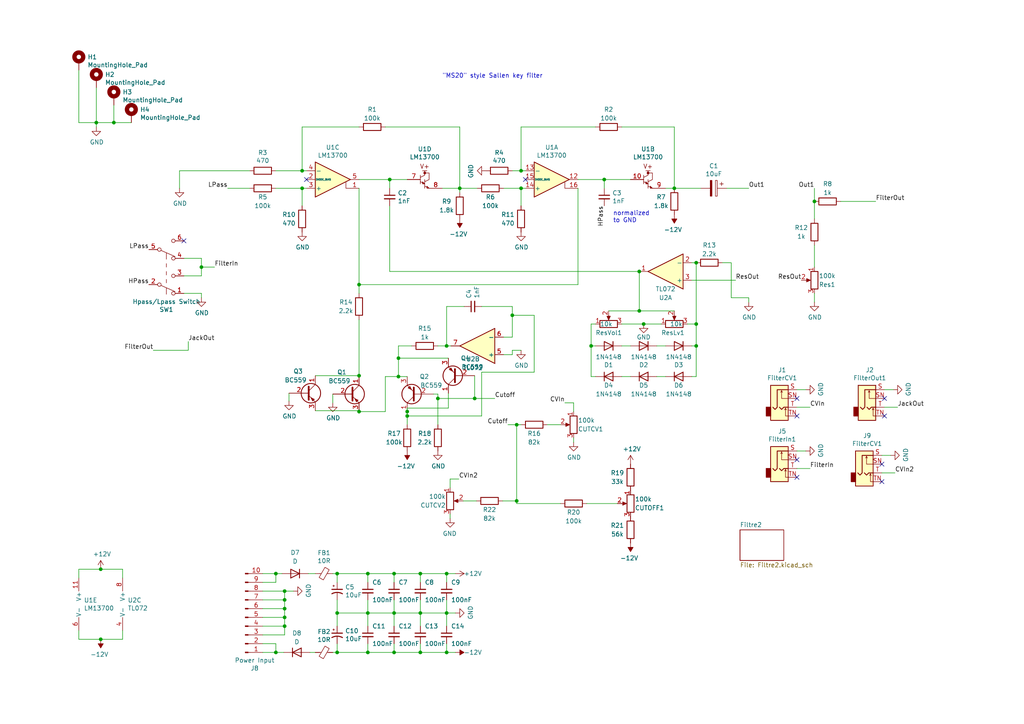
<source format=kicad_sch>
(kicad_sch (version 20231120) (generator "eeschema") (generator_version "8.0")
  (paper "A4")
  (lib_symbols
    (symbol "Amplifier_Operational:LM13700" (pin_names (offset 0.127))
      (property "Reference" "U" (at 3.81 5.08 0))
      (property "Value" "LM13700" (at 5.08 -5.08 0))
      (symbol "LM13700_1_1"
        (pin output line (at 7.62 0 180) (length 2.54) (name "~") (number "12"))
        (pin input line (at -7.62 2.54 0) (length 2.54) (name "-") (number "13"))
        (pin input line (at -7.62 -2.54 0) (length 2.54) (name "+") (number "14"))
        (pin input line (at -7.62 0 0) (length 2.54) (name "DIODE_BIAS") (number "15"))
        (pin input line (at 7.62 -2.54 180) (length 2.54) (name "~") (number "16"))
      )
      (symbol "LM13700_2_1"
        (text "V+" (at -2.54 3.81 0) (effects (font (size 1.27 1.27))))
        (pin input line (at -7.62 0 0) (length 3.81) (name "~") (number "10"))
        (pin output line (at 2.54 -2.54 180) (length 3.81) (name "~") (number "9"))
      )
      (symbol "LM13700_3_1"
        (pin input line (at 7.62 -2.54 180) (length 2.54) (name "~") (number "1"))
        (pin input line (at -7.62 0 0) (length 2.54) (name "DIODE_BIAS") (number "2"))
        (pin input line (at -7.62 -2.54 0) (length 2.54) (name "+") (number "3"))
        (pin input line (at -7.62 2.54 0) (length 2.54) (name "-") (number "4"))
        (pin output line (at 7.62 0 180) (length 2.54) (name "~") (number "5"))
      )
      (symbol "LM13700_4_0"
        (text "V+" (at -2.54 3.81 0) (effects (font (size 1.27 1.27))))
      )
      (symbol "LM13700_4_1"
        (pin input line (at -7.62 0 0) (length 3.81) (name "~") (number "7"))
        (pin output line (at 2.54 -2.54 180) (length 3.81) (name "~") (number "8"))
      )
      (symbol "LM13700_5_1"
        (pin power_in line (at -2.54 7.62 270) (length 3.81) (name "V+") (number "11"))
        (pin power_in line (at -2.54 -7.62 90) (length 3.81) (name "V-") (number "6"))
      )
    )
    (symbol "Amplifier_Operational:TL072" (pin_names (offset 0.127))
      (property "Reference" "U" (at 0 5.08 0))
      (property "Value" "TL072" (at 0 -5.08 0))
      (symbol "TL072_1_1"
        (pin output line (at 7.62 0 180) (length 2.54) (name "~") (number "1"))
        (pin input line (at -7.62 -2.54 0) (length 2.54) (name "-") (number "2"))
        (pin input line (at -7.62 2.54 0) (length 2.54) (name "+") (number "3"))
      )
      (symbol "TL072_2_1"
        (pin input line (at -7.62 2.54 0) (length 2.54) (name "+") (number "5"))
        (pin input line (at -7.62 -2.54 0) (length 2.54) (name "-") (number "6"))
        (pin output line (at 7.62 0 180) (length 2.54) (name "~") (number "7"))
      )
      (symbol "TL072_3_1"
        (pin power_in line (at -2.54 -7.62 90) (length 3.81) (name "V-") (number "4"))
        (pin power_in line (at -2.54 7.62 270) (length 3.81) (name "V+") (number "8"))
      )
    )
    (symbol "Connector:AudioJack2_Switch"
      (property "Reference" "J" (at 0 11.43 0))
      (property "Value" "AudioJack2_Switch" (at 0 8.89 0))
      (symbol "AudioJack2_Switch_1_1"
        (pin passive line (at 5.08 5.08 180) (length 2.54) (name "~") (number "S"))
        (pin passive line (at 5.08 2.54 180) (length 2.54) (name "~") (number "SN"))
        (pin passive line (at 5.08 0 180) (length 2.54) (name "~") (number "T"))
        (pin passive line (at 5.08 -2.54 180) (length 2.54) (name "~") (number "TN"))
      )
    )
    (symbol "Connector:Conn_01x10_Male" (pin_names (offset 1.016) hide)
      (property "Reference" "J" (at 0 12.7 0))
      (property "Value" "Conn_01x10_Male" (at 0 -15.24 0))
      (symbol "Conn_01x10_Male_1_1"
        (pin passive line (at 5.08 10.16 180) (length 3.81) (name "Pin_1") (number "1"))
        (pin passive line (at 5.08 -12.7 180) (length 3.81) (name "Pin_10") (number "10"))
        (pin passive line (at 5.08 7.62 180) (length 3.81) (name "Pin_2") (number "2"))
        (pin passive line (at 5.08 5.08 180) (length 3.81) (name "Pin_3") (number "3"))
        (pin passive line (at 5.08 2.54 180) (length 3.81) (name "Pin_4") (number "4"))
        (pin passive line (at 5.08 0 180) (length 3.81) (name "Pin_5") (number "5"))
        (pin passive line (at 5.08 -2.54 180) (length 3.81) (name "Pin_6") (number "6"))
        (pin passive line (at 5.08 -5.08 180) (length 3.81) (name "Pin_7") (number "7"))
        (pin passive line (at 5.08 -7.62 180) (length 3.81) (name "Pin_8") (number "8"))
        (pin passive line (at 5.08 -10.16 180) (length 3.81) (name "Pin_9") (number "9"))
      )
    )
    (symbol "D_1" (pin_numbers hide) (pin_names (offset 1.016) hide)
      (property "Reference" "D" (at 0 2.54 0))
      (property "Value" "D" (at 0 -2.54 0))
      (symbol "D_1_1_1"
        (pin passive line (at -3.81 0 0) (length 2.54) (name "K") (number "1"))
        (pin passive line (at 3.81 0 180) (length 2.54) (name "A") (number "2"))
      )
    )
    (symbol "Device:CP" (pin_numbers hide) (pin_names (offset 0.254))
      (property "Reference" "C" (at 0.635 2.54 0))
      (property "Value" "Device_CP" (at 0.635 -2.54 0))
      (symbol "CP_1_1"
        (pin passive line (at 0 3.81 270) (length 2.794) (name "~") (number "1"))
        (pin passive line (at 0 -3.81 90) (length 2.794) (name "~") (number "2"))
      )
    )
    (symbol "Device:CP1_Small" (pin_numbers hide) (pin_names (offset 0.254) hide)
      (property "Reference" "C" (at 0.254 1.778 0))
      (property "Value" "Device_CP1_Small" (at 0.254 -2.032 0))
      (symbol "CP1_Small_1_1"
        (pin passive line (at 0 2.54 270) (length 2.032) (name "~") (number "1"))
        (pin passive line (at 0 -2.54 90) (length 2.032) (name "~") (number "2"))
      )
    )
    (symbol "Device:C_Small" (pin_numbers hide) (pin_names (offset 0.254) hide)
      (property "Reference" "C" (at 0.254 1.778 0))
      (property "Value" "C_Small" (at 0.254 -2.032 0))
      (symbol "C_Small_1_1"
        (pin passive line (at 0 2.54 270) (length 2.032) (name "~") (number "1"))
        (pin passive line (at 0 -2.54 90) (length 2.032) (name "~") (number "2"))
      )
    )
    (symbol "Device:D" (pin_numbers hide) (pin_names (offset 1.016) hide)
      (property "Reference" "D" (at 0 2.54 0))
      (property "Value" "D" (at 0 -2.54 0))
      (symbol "D_1_1"
        (pin passive line (at -3.81 0 0) (length 2.54) (name "K") (number "1"))
        (pin passive line (at 3.81 0 180) (length 2.54) (name "A") (number "2"))
      )
    )
    (symbol "Device:Ferrite_Bead_Small" (pin_numbers hide) (pin_names (offset 0))
      (property "Reference" "FB" (at 1.905 1.27 0))
      (property "Value" "Device_Ferrite_Bead_Small" (at 1.905 -1.27 0))
      (symbol "Ferrite_Bead_Small_1_1"
        (pin passive line (at 0 2.54 270) (length 1.27) (name "~") (number "1"))
        (pin passive line (at 0 -2.54 90) (length 1.27) (name "~") (number "2"))
      )
    )
    (symbol "Device:R" (pin_numbers hide) (pin_names (offset 0))
      (property "Reference" "R" (at 2.032 0 90))
      (property "Value" "R" (at 0 0 90))
      (symbol "R_1_1"
        (pin passive line (at 0 3.81 270) (length 1.27) (name "~") (number "1"))
        (pin passive line (at 0 -3.81 90) (length 1.27) (name "~") (number "2"))
      )
    )
    (symbol "Device:R_POT" (pin_names (offset 1.016) hide)
      (property "Reference" "RV" (at -4.445 0 90))
      (property "Value" "Device_R_POT" (at -2.54 0 90))
      (symbol "R_POT_1_1"
        (pin passive line (at 0 3.81 270) (length 1.27) (name "1") (number "1"))
        (pin passive line (at 3.81 0 180) (length 1.27) (name "2") (number "2"))
        (pin passive line (at 0 -3.81 90) (length 1.27) (name "3") (number "3"))
      )
    )
    (symbol "Mechanical:MountingHole_Pad" (pin_numbers hide) (pin_names (offset 1.016) hide)
      (property "Reference" "H" (at 0 6.35 0))
      (property "Value" "MountingHole_Pad" (at 0 4.445 0))
      (symbol "MountingHole_Pad_1_1"
        (pin input line (at 0 -2.54 90) (length 2.54) (name "1") (number "1"))
      )
    )
    (symbol "Switch:SW_Push_DPDT" (pin_names (offset 0) hide)
      (property "Reference" "SW" (at 0 8.89 0))
      (property "Value" "SW_Push_DPDT" (at 0 -10.16 0))
      (symbol "SW_Push_DPDT_1_1"
        (pin passive line (at 5.08 7.62 180) (length 2.54) (name "A") (number "1"))
        (pin passive line (at -5.08 5.08 0) (length 2.54) (name "B") (number "2"))
        (pin passive line (at 5.08 2.54 180) (length 2.54) (name "C") (number "3"))
        (pin passive line (at 5.08 -2.54 180) (length 2.54) (name "A") (number "4"))
        (pin passive line (at -5.08 -5.08 0) (length 2.54) (name "B") (number "5"))
        (pin passive line (at 5.08 -7.62 180) (length 2.54) (name "C") (number "6"))
      )
    )
    (symbol "Transistor_BJT:BC559" (pin_names (offset 0) hide)
      (property "Reference" "Q" (at 5.08 1.905 0))
      (property "Value" "BC559" (at 5.08 0 0))
      (symbol "BC559_1_1"
        (pin passive line (at 2.54 5.08 270) (length 2.54) (name "C") (number "1"))
        (pin input line (at -5.08 0 0) (length 5.715) (name "B") (number "2"))
        (pin passive line (at 2.54 -5.08 90) (length 2.54) (name "E") (number "3"))
      )
    )
    (symbol "power:+12V" (power) (pin_names (offset 0))
      (property "Value" "+12V" (at 0 3.556 0))
      (symbol "+12V_1_1"
        (pin power_in line (at 0 0 90) (length 0) hide (name "+12V") (number "1"))
      )
    )
    (symbol "power:-12V" (power) (pin_names (offset 0))
      (property "Value" "-12V" (at 0 3.81 0))
      (symbol "-12V_0_0"
        (pin power_in line (at 0 0 90) (length 0) hide (name "-12V") (number "1"))
      )
    )
    (symbol "power:GND" (power) (pin_names (offset 0))
      (property "Value" "GND" (at 0 -3.81 0))
      (symbol "GND_1_1"
        (pin power_in line (at 0 0 270) (length 0) hide (name "GND") (number "1"))
      )
    )
  )
  (junction (at 121.92 177.8))
  (junction (at 97.79 189.23))
  (junction (at 118.11 120.65))
  (junction (at 104.14 82.55))
  (junction (at 186.69 93.98))
  (junction (at 82.55 179.07))
  (junction (at 133.35 54.61))
  (junction (at 114.3 189.23))
  (junction (at 114.3 166.37))
  (junction (at 58.42 77.47))
  (junction (at 201.93 93.98))
  (junction (at 33.02 35.56))
  (junction (at 137.668 115.57))
  (junction (at 151.13 49.53))
  (junction (at 129.54 100.33))
  (junction (at 106.68 166.37))
  (junction (at 113.03 52.07))
  (junction (at 201.93 76.2))
  (junction (at 129.54 177.8))
  (junction (at 148.59 91.44))
  (junction (at 171.45 100.33))
  (junction (at 149.86 145.288))
  (junction (at 149.86 123.19))
  (junction (at 82.55 181.61))
  (junction (at 82.55 176.53))
  (junction (at 129.54 189.23))
  (junction (at 80.01 189.23))
  (junction (at 185.42 90.17))
  (junction (at 121.92 189.23))
  (junction (at 97.79 166.37))
  (junction (at 151.13 54.61))
  (junction (at 80.01 166.37))
  (junction (at 29.21 165.1))
  (junction (at 201.93 100.33))
  (junction (at 82.55 173.99))
  (junction (at 27.94 35.56))
  (junction (at 87.63 54.61))
  (junction (at 82.55 171.45))
  (junction (at 106.68 177.8))
  (junction (at 97.79 177.8))
  (junction (at 195.58 54.61))
  (junction (at 236.22 58.42))
  (junction (at 29.21 185.42))
  (junction (at 114.3 177.8))
  (junction (at 106.68 189.23))
  (junction (at 104.14 119.38))
  (junction (at 118.11 119.38))
  (junction (at 87.63 49.53))
  (junction (at 127 115.57))
  (junction (at 115.57 103.886))
  (junction (at 121.92 166.37))
  (junction (at 175.26 52.07))
  (junction (at 185.42 78.74))
  (junction (at 115.57 109.22))
  (junction (at 104.14 108.966))
  (junction (at 129.54 166.37))
  (no_connect (at 53.34 69.85))
  (no_connect (at 256.54 120.65))
  (no_connect (at 231.14 133.35))
  (no_connect (at 152.4 52.07))
  (no_connect (at 231.14 120.65))
  (no_connect (at 231.14 115.57))
  (no_connect (at 255.778 134.62))
  (no_connect (at 256.54 115.57))
  (no_connect (at 231.14 138.43))
  (no_connect (at 255.778 139.7))
  (no_connect (at 88.9 52.07))
  (wire (pts (xy 58.42 74.93) (xy 58.42 77.47)))
  (wire (pts (xy 82.55 181.61) (xy 82.55 179.07)))
  (wire (pts (xy 148.59 91.44) (xy 148.59 88.9)))
  (wire (pts (xy 130.556 149.098) (xy 130.556 150.368)))
  (wire (pts (xy 121.92 168.91) (xy 121.92 166.37)))
  (wire (pts (xy 231.14 130.81) (xy 233.68 130.81)))
  (wire (pts (xy 201.93 93.98) (xy 201.93 100.33)))
  (wire (pts (xy 87.63 54.61) (xy 87.63 59.69)))
  (wire (pts (xy 118.11 120.65) (xy 139.7 120.65)))
  (wire (pts (xy 200.66 100.33) (xy 201.93 100.33)))
  (wire (pts (xy 106.68 189.23) (xy 114.3 189.23)))
  (wire (pts (xy 97.79 186.69) (xy 97.79 189.23)))
  (wire (pts (xy 166.37 127) (xy 166.37 128.27)))
  (wire (pts (xy 171.45 100.33) (xy 171.45 109.22)))
  (wire (pts (xy 171.45 109.22) (xy 172.72 109.22)))
  (wire (pts (xy 38.1 35.56) (xy 33.02 35.56)))
  (wire (pts (xy 104.14 108.966) (xy 104.14 109.22)))
  (wire (pts (xy 255.778 132.08) (xy 258.318 132.08)))
  (wire (pts (xy 236.22 87.63) (xy 236.22 85.09)))
  (wire (pts (xy 115.57 103.886) (xy 130.048 103.886)))
  (wire (pts (xy 72.39 49.53) (xy 52.07 49.53)))
  (wire (pts (xy 118.11 119.38) (xy 118.11 120.65)))
  (wire (pts (xy 185.42 78.74) (xy 113.03 78.74)))
  (wire (pts (xy 125.73 114.3) (xy 127 114.3)))
  (wire (pts (xy 29.21 185.42) (xy 22.86 185.42)))
  (wire (pts (xy 97.79 189.23) (xy 106.68 189.23)))
  (wire (pts (xy 127 114.3) (xy 127 115.57)))
  (wire (pts (xy 182.88 109.22) (xy 180.34 109.22)))
  (wire (pts (xy 185.42 78.74) (xy 185.42 90.17)))
  (wire (pts (xy 121.92 177.8) (xy 121.92 181.61)))
  (wire (pts (xy 85.09 171.45) (xy 82.55 171.45)))
  (wire (pts (xy 76.2 171.45) (xy 82.55 171.45)))
  (wire (pts (xy 97.79 173.99) (xy 97.79 177.8)))
  (wire (pts (xy 209.55 76.2) (xy 212.09 76.2)))
  (wire (pts (xy 151.13 49.53) (xy 152.4 49.53)))
  (wire (pts (xy 76.2 168.91) (xy 80.01 168.91)))
  (wire (pts (xy 175.26 52.07) (xy 175.26 54.61)))
  (wire (pts (xy 139.7 120.65) (xy 139.7 107.95)))
  (wire (pts (xy 148.59 97.79) (xy 148.59 91.44)))
  (wire (pts (xy 113.03 78.74) (xy 113.03 59.69)))
  (wire (pts (xy 128.27 54.61) (xy 133.35 54.61)))
  (wire (pts (xy 104.14 82.55) (xy 104.14 54.61)))
  (wire (pts (xy 106.68 186.69) (xy 106.68 189.23)))
  (wire (pts (xy 115.57 100.33) (xy 115.57 103.886)))
  (wire (pts (xy 76.2 186.69) (xy 80.01 186.69)))
  (wire (pts (xy 151.13 54.61) (xy 146.05 54.61)))
  (wire (pts (xy 180.34 93.98) (xy 186.69 93.98)))
  (wire (pts (xy 167.64 82.55) (xy 104.14 82.55)))
  (wire (pts (xy 114.3 186.69) (xy 114.3 189.23)))
  (wire (pts (xy 114.3 166.37) (xy 121.92 166.37)))
  (wire (pts (xy 82.55 171.45) (xy 82.55 173.99)))
  (wire (pts (xy 172.72 100.33) (xy 171.45 100.33)))
  (wire (pts (xy 118.11 120.65) (xy 118.11 123.19)))
  (wire (pts (xy 127 100.33) (xy 129.54 100.33)))
  (wire (pts (xy 256.54 113.03) (xy 259.08 113.03)))
  (wire (pts (xy 76.2 173.99) (xy 82.55 173.99)))
  (wire (pts (xy 72.39 54.61) (xy 66.04 54.61)))
  (wire (pts (xy 234.95 135.89) (xy 231.14 135.89)))
  (wire (pts (xy 58.42 85.09) (xy 53.34 85.09)))
  (wire (pts (xy 104.14 119.38) (xy 111.76 119.38)))
  (wire (pts (xy 82.55 179.07) (xy 82.55 176.53)))
  (wire (pts (xy 121.92 166.37) (xy 129.54 166.37)))
  (wire (pts (xy 22.86 20.32) (xy 22.86 35.56)))
  (wire (pts (xy 212.09 76.2) (xy 212.09 86.36)))
  (wire (pts (xy 106.68 177.8) (xy 106.68 181.61)))
  (wire (pts (xy 236.22 71.12) (xy 236.22 77.47)))
  (wire (pts (xy 114.3 177.8) (xy 114.3 181.61)))
  (wire (pts (xy 212.09 86.36) (xy 217.17 86.36)))
  (wire (pts (xy 149.86 123.19) (xy 147.32 123.19)))
  (wire (pts (xy 203.2 54.61) (xy 195.58 54.61)))
  (wire (pts (xy 145.796 145.288) (xy 149.86 145.288)))
  (wire (pts (xy 87.63 36.83) (xy 87.63 49.53)))
  (wire (pts (xy 121.92 173.99) (xy 121.92 177.8)))
  (wire (pts (xy 87.63 49.53) (xy 80.01 49.53)))
  (wire (pts (xy 129.54 166.37) (xy 132.08 166.37)))
  (wire (pts (xy 52.07 49.53) (xy 52.07 54.61)))
  (wire (pts (xy 35.56 182.88) (xy 35.56 185.42)))
  (wire (pts (xy 33.02 35.56) (xy 27.94 35.56)))
  (wire (pts (xy 130.048 118.364) (xy 118.11 118.364)))
  (wire (pts (xy 154.94 107.95) (xy 154.94 91.44)))
  (wire (pts (xy 121.92 189.23) (xy 129.54 189.23)))
  (wire (pts (xy 167.64 54.61) (xy 167.64 82.55)))
  (wire (pts (xy 193.04 109.22) (xy 190.5 109.22)))
  (wire (pts (xy 97.79 166.37) (xy 106.68 166.37)))
  (wire (pts (xy 179.07 146.05) (xy 170.18 146.05)))
  (wire (pts (xy 129.54 173.99) (xy 129.54 177.8)))
  (wire (pts (xy 195.58 36.83) (xy 180.34 36.83)))
  (wire (pts (xy 121.92 177.8) (xy 129.54 177.8)))
  (wire (pts (xy 151.13 54.61) (xy 151.13 59.69)))
  (wire (pts (xy 137.668 115.57) (xy 143.51 115.57)))
  (wire (pts (xy 76.2 189.23) (xy 80.01 189.23)))
  (wire (pts (xy 180.34 100.33) (xy 182.88 100.33)))
  (wire (pts (xy 97.79 168.91) (xy 97.79 166.37)))
  (wire (pts (xy 114.3 173.99) (xy 114.3 177.8)))
  (wire (pts (xy 106.68 166.37) (xy 114.3 166.37)))
  (wire (pts (xy 111.76 109.22) (xy 115.57 109.22)))
  (wire (pts (xy 201.93 100.33) (xy 201.93 109.22)))
  (wire (pts (xy 137.668 108.966) (xy 137.668 115.57)))
  (wire (pts (xy 201.93 93.98) (xy 199.39 93.98)))
  (wire (pts (xy 186.69 93.98) (xy 191.77 93.98)))
  (wire (pts (xy 148.59 101.6) (xy 151.13 101.6)))
  (wire (pts (xy 127 115.57) (xy 127 123.19)))
  (wire (pts (xy 80.01 166.37) (xy 81.788 166.37)))
  (wire (pts (xy 146.05 102.87) (xy 148.59 102.87)))
  (wire (pts (xy 134.62 88.9) (xy 129.54 88.9)))
  (wire (pts (xy 96.52 114.3) (xy 96.52 116.84)))
  (wire (pts (xy 129.54 168.91) (xy 129.54 166.37)))
  (wire (pts (xy 29.21 165.1) (xy 35.56 165.1)))
  (wire (pts (xy 210.82 54.61) (xy 217.17 54.61)))
  (wire (pts (xy 146.05 97.79) (xy 148.59 97.79)))
  (wire (pts (xy 113.03 52.07) (xy 118.11 52.07)))
  (wire (pts (xy 91.44 108.966) (xy 104.14 108.966)))
  (wire (pts (xy 162.56 123.19) (xy 158.75 123.19)))
  (wire (pts (xy 148.59 102.87) (xy 148.59 101.6)))
  (wire (pts (xy 82.55 184.15) (xy 82.55 181.61)))
  (wire (pts (xy 114.3 168.91) (xy 114.3 166.37)))
  (wire (pts (xy 97.79 177.8) (xy 106.68 177.8)))
  (wire (pts (xy 129.54 186.69) (xy 129.54 189.23)))
  (wire (pts (xy 113.03 52.07) (xy 113.03 54.61)))
  (wire (pts (xy 29.21 185.42) (xy 35.56 185.42)))
  (wire (pts (xy 148.59 49.53) (xy 151.13 49.53)))
  (wire (pts (xy 133.096 138.938) (xy 130.556 138.938)))
  (wire (pts (xy 62.23 77.47) (xy 58.42 77.47)))
  (wire (pts (xy 104.14 82.55) (xy 104.14 85.09)))
  (wire (pts (xy 139.7 107.95) (xy 154.94 107.95)))
  (wire (pts (xy 104.14 52.07) (xy 113.03 52.07)))
  (wire (pts (xy 35.56 165.1) (xy 35.56 167.64)))
  (wire (pts (xy 149.86 146.05) (xy 162.56 146.05)))
  (wire (pts (xy 129.54 189.23) (xy 132.08 189.23)))
  (wire (pts (xy 27.94 25.4) (xy 27.94 35.56)))
  (wire (pts (xy 236.22 58.42) (xy 236.22 63.5)))
  (wire (pts (xy 22.86 165.1) (xy 22.86 167.64)))
  (wire (pts (xy 259.588 137.16) (xy 255.778 137.16)))
  (wire (pts (xy 133.35 54.61) (xy 138.43 54.61)))
  (wire (pts (xy 80.01 54.61) (xy 87.63 54.61)))
  (wire (pts (xy 213.36 81.28) (xy 200.66 81.28)))
  (wire (pts (xy 243.84 58.42) (xy 254 58.42)))
  (wire (pts (xy 80.01 189.23) (xy 82.296 189.23)))
  (wire (pts (xy 58.42 80.01) (xy 53.34 80.01)))
  (wire (pts (xy 234.95 118.11) (xy 231.14 118.11)))
  (wire (pts (xy 106.68 177.8) (xy 114.3 177.8)))
  (wire (pts (xy 148.59 88.9) (xy 139.7 88.9)))
  (wire (pts (xy 115.57 103.886) (xy 115.57 109.22)))
  (wire (pts (xy 96.52 166.37) (xy 97.79 166.37)))
  (wire (pts (xy 127 115.57) (xy 137.668 115.57)))
  (wire (pts (xy 97.79 177.8) (xy 97.79 181.61)))
  (wire (pts (xy 167.64 52.07) (xy 175.26 52.07)))
  (wire (pts (xy 129.54 177.8) (xy 129.54 181.61)))
  (wire (pts (xy 106.68 173.99) (xy 106.68 177.8)))
  (wire (pts (xy 22.86 182.88) (xy 22.86 185.42)))
  (wire (pts (xy 151.13 123.19) (xy 149.86 123.19)))
  (wire (pts (xy 33.02 30.48) (xy 33.02 35.56)))
  (wire (pts (xy 82.55 173.99) (xy 82.55 176.53)))
  (wire (pts (xy 190.5 100.33) (xy 193.04 100.33)))
  (wire (pts (xy 133.35 55.88) (xy 133.35 54.61)))
  (wire (pts (xy 104.14 36.83) (xy 87.63 36.83)))
  (wire (pts (xy 118.11 118.364) (xy 118.11 119.38)))
  (wire (pts (xy 217.17 86.36) (xy 217.17 87.63)))
  (wire (pts (xy 185.42 90.17) (xy 195.58 90.17)))
  (wire (pts (xy 260.35 118.11) (xy 256.54 118.11)))
  (wire (pts (xy 201.93 76.2) (xy 201.93 93.98)))
  (wire (pts (xy 114.3 177.8) (xy 121.92 177.8)))
  (wire (pts (xy 22.86 35.56) (xy 27.94 35.56)))
  (wire (pts (xy 172.72 36.83) (xy 151.13 36.83)))
  (wire (pts (xy 80.01 186.69) (xy 80.01 189.23)))
  (wire (pts (xy 27.94 35.56) (xy 27.94 36.83)))
  (wire (pts (xy 133.35 54.61) (xy 133.35 36.83)))
  (wire (pts (xy 80.01 168.91) (xy 80.01 166.37)))
  (wire (pts (xy 76.2 184.15) (xy 82.55 184.15)))
  (wire (pts (xy 91.44 119.126) (xy 104.14 119.126)))
  (wire (pts (xy 119.38 100.33) (xy 115.57 100.33)))
  (wire (pts (xy 115.57 109.22) (xy 118.11 109.22)))
  (wire (pts (xy 163.83 116.84) (xy 166.37 116.84)))
  (wire (pts (xy 76.2 181.61) (xy 82.55 181.61)))
  (wire (pts (xy 195.58 54.61) (xy 195.58 36.83)))
  (wire (pts (xy 111.76 119.38) (xy 111.76 109.22)))
  (wire (pts (xy 89.408 166.37) (xy 91.44 166.37)))
  (wire (pts (xy 185.42 90.17) (xy 176.53 90.17)))
  (wire (pts (xy 106.68 168.91) (xy 106.68 166.37)))
  (wire (pts (xy 76.2 166.37) (xy 80.01 166.37)))
  (wire (pts (xy 82.55 176.53) (xy 76.2 176.53)))
  (wire (pts (xy 193.04 54.61) (xy 195.58 54.61)))
  (wire (pts (xy 149.86 145.288) (xy 149.86 146.05)))
  (wire (pts (xy 54.61 101.6) (xy 54.61 99.06)))
  (wire (pts (xy 96.52 189.23) (xy 97.79 189.23)))
  (wire (pts (xy 151.13 36.83) (xy 151.13 49.53)))
  (wire (pts (xy 76.2 179.07) (xy 82.55 179.07)))
  (wire (pts (xy 175.26 52.07) (xy 182.88 52.07)))
  (wire (pts (xy 231.14 113.03) (xy 233.68 113.03)))
  (wire (pts (xy 104.14 92.71) (xy 104.14 108.966)))
  (wire (pts (xy 151.13 54.61) (xy 152.4 54.61)))
  (wire (pts (xy 149.86 123.19) (xy 149.86 145.288)))
  (wire (pts (xy 129.54 88.9) (xy 129.54 100.33)))
  (wire (pts (xy 29.21 165.1) (xy 22.86 165.1)))
  (wire (pts (xy 130.048 114.046) (xy 130.048 118.364)))
  (wire (pts (xy 114.3 189.23) (xy 121.92 189.23)))
  (wire (pts (xy 134.366 145.288) (xy 138.176 145.288)))
  (wire (pts (xy 104.14 119.126) (xy 104.14 119.38)))
  (wire (pts (xy 201.93 76.2) (xy 200.66 76.2)))
  (wire (pts (xy 58.42 77.47) (xy 58.42 80.01)))
  (wire (pts (xy 129.54 177.8) (xy 132.08 177.8)))
  (wire (pts (xy 88.9 49.53) (xy 87.63 49.53)))
  (wire (pts (xy 201.93 109.22) (xy 200.66 109.22)))
  (wire (pts (xy 87.63 54.61) (xy 88.9 54.61)))
  (wire (pts (xy 236.22 54.61) (xy 236.22 58.42)))
  (wire (pts (xy 154.94 91.44) (xy 148.59 91.44)))
  (wire (pts (xy 44.45 101.6) (xy 54.61 101.6)))
  (wire (pts (xy 53.34 74.93) (xy 58.42 74.93)))
  (wire (pts (xy 83.82 114.046) (xy 83.82 116.332)))
  (wire (pts (xy 171.45 93.98) (xy 171.45 100.33)))
  (wire (pts (xy 133.35 36.83) (xy 111.76 36.83)))
  (wire (pts (xy 172.72 93.98) (xy 171.45 93.98)))
  (wire (pts (xy 166.37 116.84) (xy 166.37 119.38)))
  (wire (pts (xy 58.42 86.36) (xy 58.42 85.09)))
  (wire (pts (xy 89.916 189.23) (xy 91.44 189.23)))
  (wire (pts (xy 129.54 100.33) (xy 130.81 100.33)))
  (wire (pts (xy 121.92 186.69) (xy 121.92 189.23)))
  (wire (pts (xy 130.556 138.938) (xy 130.556 141.478)))
  (text "normalized \nto GND" (at 177.8 64.77 0) (effects (font (size 1.27 1.27)) (justify left bottom)))
  (text "\"MS20\" style Sallen key filter" (at 128.27 22.86 0) (effects (font (size 1.27 1.27)) (justify left bottom)))
  (label "HPass" (at 175.26 59.69 270))
  (label "ResOut" (at 232.41 81.28 180))
  (label "FilterIn" (at 234.95 135.89 0))
  (label "JackOut" (at 260.35 118.11 0))
  (label "FilterOut" (at 44.45 101.6 180))
  (label "LPass" (at 66.04 54.61 180))
  (label "CVIn" (at 234.95 118.11 0))
  (label "HPass" (at 43.18 82.55 180))
  (label "FilterOut" (at 254 58.42 0))
  (label "Cutoff" (at 143.51 115.57 0))
  (label "CVIn2" (at 259.588 137.16 0))
  (label "LPass" (at 43.18 72.39 180))
  (label "CVIn" (at 163.83 116.84 180))
  (label "CVIn2" (at 133.096 138.938 0))
  (label "Cutoff" (at 147.32 123.19 180))
  (label "FilterIn" (at 62.23 77.47 0))
  (label "ResOut" (at 213.36 81.28 0))
  (label "JackOut" (at 54.61 99.06 0))
  (label "Out1" (at 236.22 54.61 180))
  (label "Out1" (at 217.17 54.61 0))
  (symbol (lib_id "Amplifier_Operational:LM13700") (at 160.02 52.07 0) (unit 1)
    (property "Reference" "U1" (at 160.02 42.7482 0))
    (property "Value" "LM13700" (at 160.02 45.0596 0))
    (property "Footprint" "Package_SO:SOIC-16_3.9x9.9mm_P1.27mm" (effects (hide yes)))
    (property "Datasheet" "http://www.ti.com/lit/ds/symlink/lm13700.pdf" (effects (hide yes)))
  )
  (symbol (lib_id "Amplifier_Operational:LM13700") (at 96.52 52.07 0) (unit 3)
    (property "Reference" "U1" (at 96.52 42.7482 0))
    (property "Value" "LM13700" (at 96.52 45.0596 0))
    (property "Footprint" "Package_SO:SOIC-16_3.9x9.9mm_P1.27mm" (effects (hide yes)))
    (property "Datasheet" "http://www.ti.com/lit/ds/symlink/lm13700.pdf" (effects (hide yes)))
  )
  (symbol (lib_id "Amplifier_Operational:LM13700") (at 190.5 52.07 0) (unit 2)
    (property "Reference" "U1" (at 187.96 43.2308 0))
    (property "Value" "LM13700" (at 187.96 45.5422 0))
    (property "Footprint" "Package_SO:SOIC-16_3.9x9.9mm_P1.27mm" (effects (hide yes)))
    (property "Datasheet" "http://www.ti.com/lit/ds/symlink/lm13700.pdf" (effects (hide yes)))
  )
  (symbol (lib_id "Amplifier_Operational:LM13700") (at 125.73 52.07 0) (unit 4)
    (property "Reference" "U1" (at 123.19 43.2308 0))
    (property "Value" "LM13700" (at 123.19 45.5422 0))
    (property "Footprint" "Package_SO:SOIC-16_3.9x9.9mm_P1.27mm" (effects (hide yes)))
    (property "Datasheet" "http://www.ti.com/lit/ds/symlink/lm13700.pdf" (effects (hide yes)))
  )
  (symbol (lib_id "Amplifier_Operational:TL072") (at 193.04 78.74 180) (unit 1)
    (property "Reference" "U2" (at 193.04 86.36 0))
    (property "Value" "TL072" (at 193.04 83.82 0))
    (property "Footprint" "Package_SO:SOP-8_3.76x4.96mm_P1.27mm" (effects (hide yes)))
    (property "Datasheet" "http://www.ti.com/lit/ds/symlink/tl071.pdf" (effects (hide yes)))
  )
  (symbol (lib_id "Amplifier_Operational:TL072") (at 138.43 100.33 180) (unit 2)
    (property "Reference" "U2" (at 137.16 104.14 0))
    (property "Value" "TL072" (at 137.16 106.68 0))
    (property "Footprint" "Package_SO:SOP-8_3.76x4.96mm_P1.27mm" (effects (hide yes)))
    (property "Datasheet" "http://www.ti.com/lit/ds/symlink/tl071.pdf" (effects (hide yes)))
  )
  (symbol (lib_id "Device:R") (at 76.2 54.61 90) (unit 1)
    (property "Reference" "R5" (at 76.2 57.15 90))
    (property "Value" "100k" (at 76.2 59.69 90))
    (property "Footprint" "Resistor_SMD:R_0603_1608Metric_Pad0.98x0.95mm_HandSolder" (effects (hide yes)))
  )
  (symbol (lib_id "Device:R") (at 76.2 49.53 90) (unit 1)
    (property "Reference" "R3" (at 76.2 44.2722 90))
    (property "Value" "470" (at 76.2 46.5836 90))
    (property "Footprint" "Resistor_SMD:R_0603_1608Metric_Pad0.98x0.95mm_HandSolder" (effects (hide yes)))
  )
  (symbol (lib_id "Device:R") (at 87.63 63.5 180) (unit 1)
    (property "Reference" "R10" (at 83.82 62.23 0))
    (property "Value" "470" (at 83.82 64.77 0))
    (property "Footprint" "Resistor_SMD:R_0603_1608Metric_Pad0.98x0.95mm_HandSolder" (effects (hide yes)))
  )
  (symbol (lib_id "power:GND") (at 87.63 67.31 0) (unit 1)
    (property "Reference" "#PWR06" (effects (hide yes)))
    (property "Value" "GND" (at 87.757 71.7042 0))
  )
  (symbol (lib_id "power:GND") (at 52.07 54.61 0) (unit 1)
    (property "Reference" "#PWR03" (effects (hide yes)))
    (property "Value" "GND" (at 52.197 59.0042 0))
  )
  (symbol (lib_id "Switch:SW_Push_DPDT") (at 48.26 77.47 0) (mirror x) (unit 1)
    (property "Reference" "SW1" (at 48.26 89.789 0))
    (property "Value" "Hpass/Lpass Switch" (at 48.26 87.4776 0))
    (property "Footprint" "Synth:SW_DPDT_Toggle" (effects (hide yes)))
    (property "Comment " "DPDT Switch, On-Off-On " (effects (hide yes)))
  )
  (symbol (lib_id "Device:R") (at 107.95 36.83 90) (unit 1)
    (property "Reference" "R1" (at 107.95 31.75 90))
    (property "Value" "100k" (at 107.95 34.29 90))
    (property "Footprint" "Resistor_SMD:R_0603_1608Metric_Pad0.98x0.95mm_HandSolder" (effects (hide yes)))
  )
  (symbol (lib_id "Device:R") (at 133.35 59.69 180) (unit 1)
    (property "Reference" "R9" (at 129.54 58.42 0))
    (property "Value" "1.8k" (at 129.54 60.96 0))
    (property "Footprint" "Resistor_SMD:R_0603_1608Metric_Pad0.98x0.95mm_HandSolder" (effects (hide yes)))
  )
  (symbol (lib_id "power:-12V") (at 133.35 63.5 180) (unit 1)
    (property "Reference" "#PWR05" (effects (hide yes)))
    (property "Value" "-12V" (at 132.969 67.8942 0))
  )
  (symbol (lib_id "Device:R") (at 144.78 49.53 90) (unit 1)
    (property "Reference" "R4" (at 144.78 44.2722 90))
    (property "Value" "470" (at 144.78 46.5836 90))
    (property "Footprint" "Resistor_SMD:R_0603_1608Metric_Pad0.98x0.95mm_HandSolder" (effects (hide yes)))
  )
  (symbol (lib_id "power:GND") (at 140.97 49.53 270) (unit 1)
    (property "Reference" "#PWR02" (effects (hide yes)))
    (property "Value" "GND" (at 136.5758 49.657 0))
  )
  (symbol (lib_id "Device:R") (at 176.53 36.83 90) (unit 1)
    (property "Reference" "R2" (at 176.53 31.75 90))
    (property "Value" "100k" (at 176.53 34.29 90))
    (property "Footprint" "Resistor_SMD:R_0603_1608Metric_Pad0.98x0.95mm_HandSolder" (effects (hide yes)))
  )
  (symbol (lib_id "Device:R") (at 142.24 54.61 90) (unit 1)
    (property "Reference" "R6" (at 142.24 57.15 90))
    (property "Value" "100k" (at 142.24 59.69 90))
    (property "Footprint" "Resistor_SMD:R_0603_1608Metric_Pad0.98x0.95mm_HandSolder" (effects (hide yes)))
  )
  (symbol (lib_id "Device:R") (at 151.13 63.5 180) (unit 1)
    (property "Reference" "R11" (at 147.32 62.23 0))
    (property "Value" "470" (at 147.32 64.77 0))
    (property "Footprint" "Resistor_SMD:R_0603_1608Metric_Pad0.98x0.95mm_HandSolder" (effects (hide yes)))
  )
  (symbol (lib_id "power:GND") (at 151.13 67.31 0) (unit 1)
    (property "Reference" "#PWR07" (effects (hide yes)))
    (property "Value" "GND" (at 151.257 71.7042 0))
  )
  (symbol (lib_id "Device:C_Small") (at 175.26 57.15 0) (unit 1)
    (property "Reference" "C3" (at 177.5968 55.9816 0) (effects (justify left)))
    (property "Value" "1nF" (at 177.5968 58.293 0) (effects (justify left)))
    (property "Footprint" "Capacitor_SMD:C_0603_1608Metric_Pad1.08x0.95mm_HandSolder" (effects (hide yes)))
  )
  (symbol (lib_id "power:GND") (at 58.42 86.36 0) (unit 1)
    (property "Reference" "#PWR08" (effects (hide yes)))
    (property "Value" "GND" (at 58.547 90.7542 0))
  )
  (symbol (lib_id "Device:C_Small") (at 113.03 57.15 0) (unit 1)
    (property "Reference" "C2" (at 115.3668 55.9816 0) (effects (justify left)))
    (property "Value" "1nF" (at 115.3668 58.293 0) (effects (justify left)))
    (property "Footprint" "Capacitor_SMD:C_0603_1608Metric_Pad1.08x0.95mm_HandSolder" (effects (hide yes)))
  )
  (symbol (lib_id "Device:R") (at 195.58 58.42 180) (unit 1)
    (property "Reference" "R7" (at 191.77 57.15 0))
    (property "Value" "1.8k" (at 191.77 59.69 0))
    (property "Footprint" "Resistor_SMD:R_0603_1608Metric_Pad0.98x0.95mm_HandSolder" (effects (hide yes)))
  )
  (symbol (lib_id "power:-12V") (at 195.58 62.23 180) (unit 1)
    (property "Reference" "#PWR04" (effects (hide yes)))
    (property "Value" "-12V" (at 195.199 66.6242 0))
  )
  (symbol (lib_id "Device:CP") (at 207.01 54.61 270) (unit 1)
    (property "Reference" "C1" (at 207.01 48.133 90))
    (property "Value" "10uF" (at 207.01 50.4444 90))
    (property "Footprint" "Capacitor_SMD:C_0805_2012Metric_Pad1.18x1.45mm_HandSolder" (effects (hide yes)))
    (property "Comment " "Electrolytic cap" (effects (hide yes)))
  )
  (symbol (lib_id "Device:R") (at 240.03 58.42 270) (unit 1)
    (property "Reference" "R8" (at 240.03 53.34 90))
    (property "Value" "1k" (at 240.03 55.88 90))
    (property "Footprint" "Resistor_SMD:R_0603_1608Metric_Pad0.98x0.95mm_HandSolder" (effects (hide yes)))
  )
  (symbol (lib_id "Device:R") (at 236.22 67.31 180) (unit 1)
    (property "Reference" "R12" (at 232.41 66.04 0))
    (property "Value" "1k" (at 232.41 68.58 0))
    (property "Footprint" "Resistor_SMD:R_0603_1608Metric_Pad0.98x0.95mm_HandSolder" (effects (hide yes)))
  )
  (symbol (lib_id "Device:R_POT") (at 236.22 81.28 0) (mirror y) (unit 1)
    (property "Reference" "Res1" (at 237.49 82.55 0) (effects (justify right)))
    (property "Value" "100k" (at 237.49 80.01 0) (effects (justify right)))
    (property "Footprint" "0deS:Pot-bourns-alpha" (effects (hide yes)))
  )
  (symbol (lib_id "power:GND") (at 217.17 87.63 0) (unit 1)
    (property "Reference" "#PWR09" (effects (hide yes)))
    (property "Value" "GND" (at 217.297 92.0242 0))
  )
  (symbol (lib_id "Device:R") (at 205.74 76.2 270) (unit 1)
    (property "Reference" "R13" (at 205.74 71.12 90))
    (property "Value" "2.2k" (at 205.74 73.66 90))
    (property "Footprint" "Resistor_SMD:R_0603_1608Metric_Pad0.98x0.95mm_HandSolder" (effects (hide yes)))
  )
  (symbol (lib_id "Device:D") (at 196.85 109.22 0) (unit 1)
    (property "Reference" "D6" (at 196.85 111.76 0))
    (property "Value" "1N4148" (at 196.85 114.3 0))
    (property "Footprint" "Diode_SMD:D_SOD-123" (effects (hide yes)))
  )
  (symbol (lib_id "Device:D") (at 186.69 109.22 0) (unit 1)
    (property "Reference" "D5" (at 186.69 111.76 0))
    (property "Value" "1N4148" (at 186.69 114.3 0))
    (property "Footprint" "Diode_SMD:D_SOD-123" (effects (hide yes)))
  )
  (symbol (lib_id "Device:D") (at 176.53 109.22 0) (unit 1)
    (property "Reference" "D4" (at 176.53 111.76 0))
    (property "Value" "1N4148" (at 176.53 114.3 0))
    (property "Footprint" "Diode_SMD:D_SOD-123" (effects (hide yes)))
  )
  (symbol (lib_id "Device:D") (at 176.53 100.33 180) (unit 1)
    (property "Reference" "D1" (at 176.53 105.8418 0))
    (property "Value" "1N4148" (at 176.53 103.5304 0))
    (property "Footprint" "Diode_SMD:D_SOD-123" (effects (hide yes)))
  )
  (symbol (lib_id "Device:D") (at 186.69 100.33 180) (unit 1)
    (property "Reference" "D2" (at 186.69 105.8418 0))
    (property "Value" "1N4148" (at 186.69 103.5304 0))
    (property "Footprint" "Diode_SMD:D_SOD-123" (effects (hide yes)))
  )
  (symbol (lib_id "Device:D") (at 196.85 100.33 180) (unit 1)
    (property "Reference" "D3" (at 196.85 105.8418 0))
    (property "Value" "1N4148" (at 196.85 103.5304 0))
    (property "Footprint" "Diode_SMD:D_SOD-123" (effects (hide yes)))
  )
  (symbol (lib_id "Device:R") (at 104.14 88.9 180) (unit 1)
    (property "Reference" "R14" (at 100.33 87.63 0))
    (property "Value" "2.2k" (at 100.33 90.17 0))
    (property "Footprint" "Resistor_SMD:R_0603_1608Metric_Pad0.98x0.95mm_HandSolder" (effects (hide yes)))
  )
  (symbol (lib_id "Device:R_POT") (at 182.88 146.05 0) (mirror y) (unit 1)
    (property "Reference" "CUTOFF1" (at 184.15 147.32 0) (effects (justify right)))
    (property "Value" "100k" (at 184.15 144.78 0) (effects (justify right)))
    (property "Footprint" "0deS:Pot-bourns-alpha" (effects (hide yes)))
  )
  (symbol (lib_id "power:-12V") (at 182.88 157.48 180) (unit 1)
    (property "Reference" "#PWR027" (effects (hide yes)))
    (property "Value" "-12V" (at 182.499 161.8742 0))
  )
  (symbol (lib_id "Device:R") (at 182.88 153.67 180) (unit 1)
    (property "Reference" "R21" (at 179.07 152.4 0))
    (property "Value" "56k" (at 179.07 154.94 0))
    (property "Footprint" "Resistor_SMD:R_0603_1608Metric_Pad0.98x0.95mm_HandSolder" (effects (hide yes)))
  )
  (symbol (lib_id "Device:R") (at 182.88 138.43 180) (unit 1)
    (property "Reference" "R19" (at 179.07 137.16 0))
    (property "Value" "33k" (at 179.07 139.7 0))
    (property "Footprint" "Resistor_SMD:R_0603_1608Metric_Pad0.98x0.95mm_HandSolder" (effects (hide yes)))
  )
  (symbol (lib_id "power:+12V") (at 182.88 134.62 0) (unit 1)
    (property "Reference" "#PWR020" (effects (hide yes)))
    (property "Value" "+12V" (at 183.261 130.2258 0))
  )
  (symbol (lib_id "Device:R") (at 166.37 146.05 90) (unit 1)
    (property "Reference" "R20" (at 166.37 148.59 90))
    (property "Value" "100k" (at 166.37 151.13 90))
    (property "Footprint" "Resistor_SMD:R_0603_1608Metric_Pad0.98x0.95mm_HandSolder" (effects (hide yes)))
  )
  (symbol (lib_id "Device:R_POT") (at 166.37 123.19 0) (mirror y) (unit 1)
    (property "Reference" "CUTCV1" (at 167.64 124.46 0) (effects (justify right)))
    (property "Value" "100k" (at 167.64 121.92 0) (effects (justify right)))
    (property "Footprint" "0deS:Pot-bourns-alpha" (effects (hide yes)))
    (property "Comment " "Use a small one (trimmer type)" (effects (hide yes)))
  )
  (symbol (lib_id "power:GND") (at 166.37 128.27 0) (unit 1)
    (property "Reference" "#PWR016" (effects (hide yes)))
    (property "Value" "GND" (at 166.497 132.6642 0))
  )
  (symbol (lib_id "Device:R") (at 154.94 123.19 90) (unit 1)
    (property "Reference" "R16" (at 154.94 125.73 90))
    (property "Value" "82k" (at 154.94 128.27 90))
    (property "Footprint" "Resistor_SMD:R_0603_1608Metric_Pad0.98x0.95mm_HandSolder" (effects (hide yes)))
  )
  (symbol (lib_id "Device:R") (at 118.11 127 180) (unit 1)
    (property "Reference" "R17" (at 114.3 125.73 0))
    (property "Value" "100k" (at 114.3 128.27 0))
    (property "Footprint" "Resistor_SMD:R_0603_1608Metric_Pad0.98x0.95mm_HandSolder" (effects (hide yes)))
  )
  (symbol (lib_id "power:-12V") (at 118.11 130.81 180) (unit 1)
    (property "Reference" "#PWR017" (effects (hide yes)))
    (property "Value" "-12V" (at 117.729 135.2042 0))
  )
  (symbol (lib_id "Device:R") (at 127 127 180) (unit 1)
    (property "Reference" "R18" (at 123.19 125.73 0))
    (property "Value" "2.2k" (at 123.19 128.27 0))
    (property "Footprint" "Resistor_SMD:R_0603_1608Metric_Pad0.98x0.95mm_HandSolder" (effects (hide yes)))
  )
  (symbol (lib_id "power:GND") (at 127 130.81 0) (unit 1)
    (property "Reference" "#PWR018" (effects (hide yes)))
    (property "Value" "GND" (at 127.127 135.2042 0))
  )
  (symbol (lib_id "Transistor_BJT:BC559") (at 101.6 114.3 0) (unit 1)
    (property "Reference" "Q1" (at 97.79 107.95 0) (effects (justify left)))
    (property "Value" "BC559" (at 95.25 110.49 0) (effects (justify left)))
    (property "Footprint" "0deS:SOT-23-BEC" (effects (hide yes)))
    (property "Datasheet" "https://www.onsemi.com/pub/Collateral/BC556BTA-D.pdf" (effects (hide yes)))
    (property "Comment " "Substitute BC558" (effects (hide yes)))
  )
  (symbol (lib_id "Transistor_BJT:BC559") (at 120.65 114.3 180) (unit 1)
    (property "Reference" "Q2" (at 124.46 109.22 0) (effects (justify left)))
    (property "Value" "BC559" (at 128.27 111.76 0) (effects (justify left)))
    (property "Footprint" "0deS:SOT-23-BEC" (effects (hide yes)))
    (property "Datasheet" "https://www.onsemi.com/pub/Collateral/BC556BTA-D.pdf" (effects (hide yes)))
    (property "Comment " "Substitute BC558" (effects (hide yes)))
  )
  (symbol (lib_id "power:GND") (at 96.52 116.84 0) (unit 1)
    (property "Reference" "#PWR015" (effects (hide yes)))
    (property "Value" "GND" (at 96.647 121.2342 0))
  )
  (symbol (lib_id "Device:R") (at 123.19 100.33 90) (unit 1)
    (property "Reference" "R15" (at 123.19 95.25 90))
    (property "Value" "1k" (at 123.19 97.79 90))
    (property "Footprint" "Resistor_SMD:R_0603_1608Metric_Pad0.98x0.95mm_HandSolder" (effects (hide yes)))
  )
  (symbol (lib_id "power:GND") (at 151.13 101.6 0) (unit 1)
    (property "Reference" "#PWR012" (effects (hide yes)))
    (property "Value" "GND" (at 151.257 105.9942 0))
  )
  (symbol (lib_id "Device:C_Small") (at 137.16 88.9 90) (unit 1)
    (property "Reference" "C4" (at 135.9916 86.5632 0) (effects (justify left)))
    (property "Value" "1nF" (at 138.303 86.5632 0) (effects (justify left)))
    (property "Footprint" "Capacitor_SMD:C_0603_1608Metric_Pad1.08x0.95mm_HandSolder" (effects (hide yes)))
  )
  (symbol (lib_id "power:GND") (at 236.22 87.63 0) (unit 1)
    (property "Reference" "#PWR010" (effects (hide yes)))
    (property "Value" "GND" (at 236.347 92.0242 0))
  )
  (symbol (lib_id "power:+12V") (at 132.08 166.37 270) (unit 1)
    (property "Reference" "#PWR029" (effects (hide yes)))
    (property "Value" "+12V" (at 137.16 166.37 90))
  )
  (symbol (lib_id "power:-12V") (at 132.08 189.23 270) (unit 1)
    (property "Reference" "#PWR035" (effects (hide yes)))
    (property "Value" "-12V" (at 137.16 189.23 90))
  )
  (symbol (lib_id "Device:CP1_Small") (at 97.79 171.45 0) (unit 1)
    (property "Reference" "C5" (at 100.1014 170.2816 0) (effects (justify left)))
    (property "Value" "10uF" (at 100.1014 172.593 0) (effects (justify left)))
    (property "Footprint" "Capacitor_SMD:C_0805_2012Metric_Pad1.18x1.45mm_HandSolder" (effects (hide yes)))
    (property "Comment " "Electrolytic cap" (effects (hide yes)))
  )
  (symbol (lib_id "Device:CP1_Small") (at 97.79 184.15 0) (unit 1)
    (property "Reference" "C10" (at 100.1014 182.9816 0) (effects (justify left)))
    (property "Value" "10uF" (at 100.1014 185.293 0) (effects (justify left)))
    (property "Footprint" "Capacitor_SMD:C_0805_2012Metric_Pad1.18x1.45mm_HandSolder" (effects (hide yes)))
    (property "Comment " "Electrolytic cap" (effects (hide yes)))
  )
  (symbol (lib_id "Device:Ferrite_Bead_Small") (at 93.98 166.37 270) (unit 1)
    (property "Reference" "FB1" (at 93.98 160.3502 90))
    (property "Value" "10R" (at 93.98 162.6616 90))
    (property "Footprint" "Resistor_SMD:R_0805_2012Metric_Pad1.20x1.40mm_HandSolder" (effects (hide yes)))
  )
  (symbol (lib_id "Device:Ferrite_Bead_Small") (at 93.98 189.23 270) (unit 1)
    (property "Reference" "FB2" (at 93.98 183.2102 90))
    (property "Value" "10R" (at 93.98 185.5216 90))
    (property "Footprint" "Resistor_SMD:R_0805_2012Metric_Pad1.20x1.40mm_HandSolder" (effects (hide yes)))
  )
  (symbol (lib_id "power:GND") (at 132.08 177.8 90) (unit 1)
    (property "Reference" "#PWR032" (effects (hide yes)))
    (property "Value" "GND" (at 136.4742 177.673 0))
  )
  (symbol (lib_id "power:GND") (at 85.09 171.45 90) (unit 1)
    (property "Reference" "#PWR031" (effects (hide yes)))
    (property "Value" "GND" (at 89.4842 171.323 0))
  )
  (symbol (lib_id "Connector:AudioJack2_Switch") (at 226.06 118.11 0) (unit 1)
    (property "Reference" "J1" (at 226.8728 107.315 0))
    (property "Value" "FilterCV1" (at 226.8728 109.6264 0))
    (property "Footprint" "0deS:Thonkiconn" (effects (hide yes)))
  )
  (symbol (lib_id "power:GND") (at 233.68 113.03 90) (unit 1)
    (property "Reference" "#PWR013" (effects (hide yes)))
    (property "Value" "GND" (at 238.0742 112.903 0))
  )
  (symbol (lib_id "Connector:AudioJack2_Switch") (at 251.46 118.11 0) (unit 1)
    (property "Reference" "J2" (at 252.2728 107.315 0))
    (property "Value" "FilterOut1" (at 252.2728 109.6264 0))
    (property "Footprint" "0deS:Thonkiconn" (effects (hide yes)))
  )
  (symbol (lib_id "power:GND") (at 259.08 113.03 90) (unit 1)
    (property "Reference" "#PWR014" (effects (hide yes)))
    (property "Value" "GND" (at 263.4742 112.903 0))
  )
  (symbol (lib_id "Connector:AudioJack2_Switch") (at 226.06 135.89 0) (unit 1)
    (property "Reference" "J5" (at 226.8728 125.095 0))
    (property "Value" "FilterIn1" (at 226.8728 127.4064 0))
    (property "Footprint" "0deS:Thonkiconn" (effects (hide yes)))
  )
  (symbol (lib_id "power:GND") (at 233.68 130.81 90) (unit 1)
    (property "Reference" "#PWR019" (effects (hide yes)))
    (property "Value" "GND" (at 238.0742 130.683 0))
  )
  (symbol (lib_id "Device:R_POT") (at 195.58 93.98 90) (unit 1)
    (property "Reference" "ResLv1" (at 191.77 96.52 90) (effects (justify right)))
    (property "Value" "10k" (at 194.31 93.98 90) (effects (justify right)))
    (property "Footprint" "Potentiometer_THT:Potentiometer_Bourns_3386C_Horizontal" (effects (hide yes)))
    (property "Comment " "variable resistor" (effects (hide yes)))
  )
  (symbol (lib_id "power:GND") (at 186.69 93.98 0) (unit 1)
    (property "Reference" "#PWR011" (effects (hide yes)))
    (property "Value" "GND" (at 186.69 97.79 0))
  )
  (symbol (lib_id "power:GND") (at 27.94 36.83 0) (unit 1)
    (property "Reference" "#PWR01" (effects (hide yes)))
    (property "Value" "GND" (at 28.067 41.2242 0))
  )
  (symbol (lib_id "Mechanical:MountingHole_Pad") (at 22.86 17.78 0) (unit 1)
    (property "Reference" "H1" (at 25.4 16.5354 0) (effects (justify left)))
    (property "Value" "MountingHole_Pad" (at 25.4 18.8468 0) (effects (justify left)))
    (property "Footprint" "Synth:Doepfer Mounting hole" (effects (hide yes)))
  )
  (symbol (lib_id "Mechanical:MountingHole_Pad") (at 27.94 22.86 0) (unit 1)
    (property "Reference" "H2" (at 30.48 21.6154 0) (effects (justify left)))
    (property "Value" "MountingHole_Pad" (at 30.48 23.9268 0) (effects (justify left)))
    (property "Footprint" "Synth:Doepfer Mounting hole" (effects (hide yes)))
  )
  (symbol (lib_id "Mechanical:MountingHole_Pad") (at 33.02 27.94 0) (unit 1)
    (property "Reference" "H3" (at 35.56 26.6954 0) (effects (justify left)))
    (property "Value" "MountingHole_Pad" (at 35.56 29.0068 0) (effects (justify left)))
    (property "Footprint" "Synth:Doepfer Mounting hole" (effects (hide yes)))
  )
  (symbol (lib_id "Mechanical:MountingHole_Pad") (at 38.1 33.02 0) (unit 1)
    (property "Reference" "H4" (at 40.64 31.7754 0) (effects (justify left)))
    (property "Value" "MountingHole_Pad" (at 40.64 34.0868 0) (effects (justify left)))
    (property "Footprint" "Synth:Doepfer Mounting hole" (effects (hide yes)))
  )
  (symbol (lib_id "Amplifier_Operational:LM13700") (at 25.4 175.26 0) (unit 5)
    (property "Reference" "U1" (at 24.3332 174.0916 0) (effects (justify left)))
    (property "Value" "LM13700" (at 24.3332 176.403 0) (effects (justify left)))
    (property "Footprint" "Package_SO:SOIC-16_3.9x9.9mm_P1.27mm" (effects (hide yes)))
    (property "Datasheet" "http://www.ti.com/lit/ds/symlink/lm13700.pdf" (effects (hide yes)))
  )
  (symbol (lib_id "power:-12V") (at 29.21 185.42 180) (unit 1)
    (property "Reference" "#PWR033" (effects (hide yes)))
    (property "Value" "-12V" (at 28.829 189.8142 0))
  )
  (symbol (lib_id "power:+12V") (at 29.21 165.1 0) (unit 1)
    (property "Reference" "#PWR028" (effects (hide yes)))
    (property "Value" "+12V" (at 29.591 160.7058 0))
  )
  (symbol (lib_id "Amplifier_Operational:TL072") (at 38.1 175.26 0) (unit 3)
    (property "Reference" "U2" (at 37.0332 174.0916 0) (effects (justify left)))
    (property "Value" "TL072" (at 37.0332 176.403 0) (effects (justify left)))
    (property "Footprint" "Package_SO:SOP-8_3.76x4.96mm_P1.27mm" (effects (hide yes)))
    (property "Datasheet" "http://www.ti.com/lit/ds/symlink/tl071.pdf" (effects (hide yes)))
  )
  (symbol (lib_id "Device:R_POT") (at 176.53 93.98 90) (unit 1)
    (property "Reference" "ResVol1" (at 172.72 96.52 90) (effects (justify right)))
    (property "Value" "10k" (at 173.99 93.98 90) (effects (justify right)))
    (property "Footprint" "Potentiometer_THT:Potentiometer_Bourns_3386C_Horizontal" (effects (hide yes)))
  )
  (symbol (lib_id "Device:C_Small") (at 129.54 184.15 0) (unit 1)
    (property "Reference" "C14" (at 130.81 181.61 0) (effects (justify left)))
    (property "Value" "100nF" (at 130.81 186.69 0) (effects (justify left)))
    (property "Footprint" "Capacitor_SMD:C_0603_1608Metric_Pad1.08x0.95mm_HandSolder" (effects (hide yes)))
  )
  (symbol (lib_id "Connector:Conn_01x10_Male") (at 71.12 179.07 0) (mirror x) (unit 1)
    (property "Reference" "J8" (at 73.8632 193.8274 0))
    (property "Value" "Power Input" (at 73.8632 191.516 0))
    (property "Footprint" "Connector_IDC:IDC-Header_2x05_P2.54mm_Vertical" (effects (hide yes)))
  )
  (symbol (lib_id "power:GND") (at 83.82 116.332 0) (unit 1)
    (property "Reference" "#PWR036" (effects (hide yes)))
    (property "Value" "GND" (at 83.947 120.7262 0))
  )
  (symbol (lib_name "D_1") (lib_id "Device:D") (at 85.598 166.37 180) (unit 1)
    (property "Reference" "D7" (at 85.598 160.274 0))
    (property "Value" "D" (at 85.598 162.814 0))
    (property "Footprint" "Diode_SMD:D_SOD-123" (effects (hide yes)))
    (property "Sim.Device" "D" (effects (hide yes)))
    (property "Sim.Pins" "1=K 2=A" (effects (hide yes)))
  )
  (symbol (lib_id "Device:C_Small") (at 114.3 184.15 0) (unit 1)
    (property "Reference" "C12" (at 115.57 181.61 0) (effects (justify left)))
    (property "Value" "100nF" (at 115.57 186.69 0) (effects (justify left)))
    (property "Footprint" "Capacitor_SMD:C_0603_1608Metric_Pad1.08x0.95mm_HandSolder" (effects (hide yes)))
  )
  (symbol (lib_id "Device:R_POT") (at 130.556 145.288 0) (unit 1)
    (property "Reference" "CUTCV2" (at 129.286 146.558 0) (effects (justify right)))
    (property "Value" "100k" (at 129.286 144.018 0) (effects (justify right)))
    (property "Footprint" "0deS:Pot-bourns-alpha" (effects (hide yes)))
    (property "Comment " "Use a small one (trimmer type)" (effects (hide yes)))
  )
  (symbol (lib_id "Transistor_BJT:BC559") (at 88.9 114.046 0) (unit 1)
    (property "Reference" "Q3" (at 85.09 107.696 0) (effects (justify left)))
    (property "Value" "BC559" (at 82.55 110.236 0) (effects (justify left)))
    (property "Footprint" "0deS:BC548tht" (effects (hide yes)))
    (property "Datasheet" "https://www.onsemi.com/pub/Collateral/BC556BTA-D.pdf" (effects (hide yes)))
    (property "Comment " "Substitute BC558" (effects (hide yes)))
  )
  (symbol (lib_id "Device:C_Small") (at 114.3 171.45 0) (unit 1)
    (property "Reference" "C7" (at 115.57 168.91 0) (effects (justify left)))
    (property "Value" "100nF" (at 115.57 173.99 0) (effects (justify left)))
    (property "Footprint" "Capacitor_SMD:C_0603_1608Metric_Pad1.08x0.95mm_HandSolder" (effects (hide yes)))
  )
  (symbol (lib_id "Device:C_Small") (at 106.68 184.15 0) (unit 1)
    (property "Reference" "C11" (at 107.95 181.61 0) (effects (justify left)))
    (property "Value" "100nF" (at 107.95 186.69 0) (effects (justify left)))
    (property "Footprint" "Capacitor_SMD:C_0603_1608Metric_Pad1.08x0.95mm_HandSolder" (effects (hide yes)))
  )
  (symbol (lib_id "Connector:AudioJack2_Switch") (at 250.698 137.16 0) (unit 1)
    (property "Reference" "J9" (at 251.5108 126.365 0))
    (property "Value" "FilterCV1" (at 251.5108 128.6764 0))
    (property "Footprint" "0deS:Thonkiconn" (effects (hide yes)))
  )
  (symbol (lib_id "Device:C_Small") (at 121.92 184.15 0) (unit 1)
    (property "Reference" "C13" (at 123.19 181.61 0) (effects (justify left)))
    (property "Value" "100nF" (at 123.19 186.69 0) (effects (justify left)))
    (property "Footprint" "Capacitor_SMD:C_0603_1608Metric_Pad1.08x0.95mm_HandSolder" (effects (hide yes)))
  )
  (symbol (lib_name "D_1") (lib_id "Device:D") (at 86.106 189.23 0) (unit 1)
    (property "Reference" "D8" (at 86.106 183.642 0))
    (property "Value" "D" (at 86.106 186.182 0))
    (property "Footprint" "Diode_SMD:D_SOD-123" (effects (hide yes)))
    (property "Sim.Device" "D" (effects (hide yes)))
    (property "Sim.Pins" "1=K 2=A" (effects (hide yes)))
  )
  (symbol (lib_id "Device:C_Small") (at 129.54 171.45 0) (unit 1)
    (property "Reference" "C9" (at 130.81 168.91 0) (effects (justify left)))
    (property "Value" "100nF" (at 130.81 173.99 0) (effects (justify left)))
    (property "Footprint" "Capacitor_SMD:C_0603_1608Metric_Pad1.08x0.95mm_HandSolder" (effects (hide yes)))
  )
  (symbol (lib_id "power:GND") (at 258.318 132.08 90) (unit 1)
    (property "Reference" "#PWR030" (effects (hide yes)))
    (property "Value" "GND" (at 262.7122 131.953 0))
  )
  (symbol (lib_id "Device:R") (at 141.986 145.288 270) (mirror x) (unit 1)
    (property "Reference" "R22" (at 141.986 147.828 90))
    (property "Value" "82k" (at 141.986 150.368 90))
    (property "Footprint" "Resistor_SMD:R_0603_1608Metric_Pad0.98x0.95mm_HandSolder" (effects (hide yes)))
  )
  (symbol (lib_id "Device:C_Small") (at 121.92 171.45 0) (unit 1)
    (property "Reference" "C8" (at 123.19 168.91 0) (effects (justify left)))
    (property "Value" "100nF" (at 123.19 173.99 0) (effects (justify left)))
    (property "Footprint" "Capacitor_SMD:C_0603_1608Metric_Pad1.08x0.95mm_HandSolder" (effects (hide yes)))
  )
  (symbol (lib_id "Transistor_BJT:BC559") (at 132.588 108.966 180) (unit 1)
    (property "Reference" "Q4" (at 136.398 103.886 0) (effects (justify left)))
    (property "Value" "BC559" (at 140.208 106.426 0) (effects (justify left)))
    (property "Footprint" "0deS:BC548tht" (effects (hide yes)))
    (property "Datasheet" "https://www.onsemi.com/pub/Collateral/BC556BTA-D.pdf" (effects (hide yes)))
    (property "Comment " "Substitute BC558" (effects (hide yes)))
  )
  (symbol (lib_id "power:GND") (at 130.556 150.368 0) (mirror y) (unit 1)
    (property "Reference" "#PWR034" (effects (hide yes)))
    (property "Value" "GND" (at 130.429 154.7622 0))
  )
  (symbol (lib_id "Device:C_Small") (at 106.68 171.45 0) (unit 1)
    (property "Reference" "C6" (at 107.95 168.91 0) (effects (justify left)))
    (property "Value" "100nF" (at 107.95 173.99 0) (effects (justify left)))
    (property "Footprint" "Capacitor_SMD:C_0603_1608Metric_Pad1.08x0.95mm_HandSolder" (effects (hide yes)))
  )
  (sheet (at 214.63 153.67) (size 12.7 8.89)
    (property "Sheetname" "Filtre2" (at 214.63 152.9584 0) (effects (justify left bottom)))
    (property "Sheetfile" "Filtre2.kicad_sch" (at 214.63 163.1446 0) (effects (justify left top)))
  )
)
</source>
